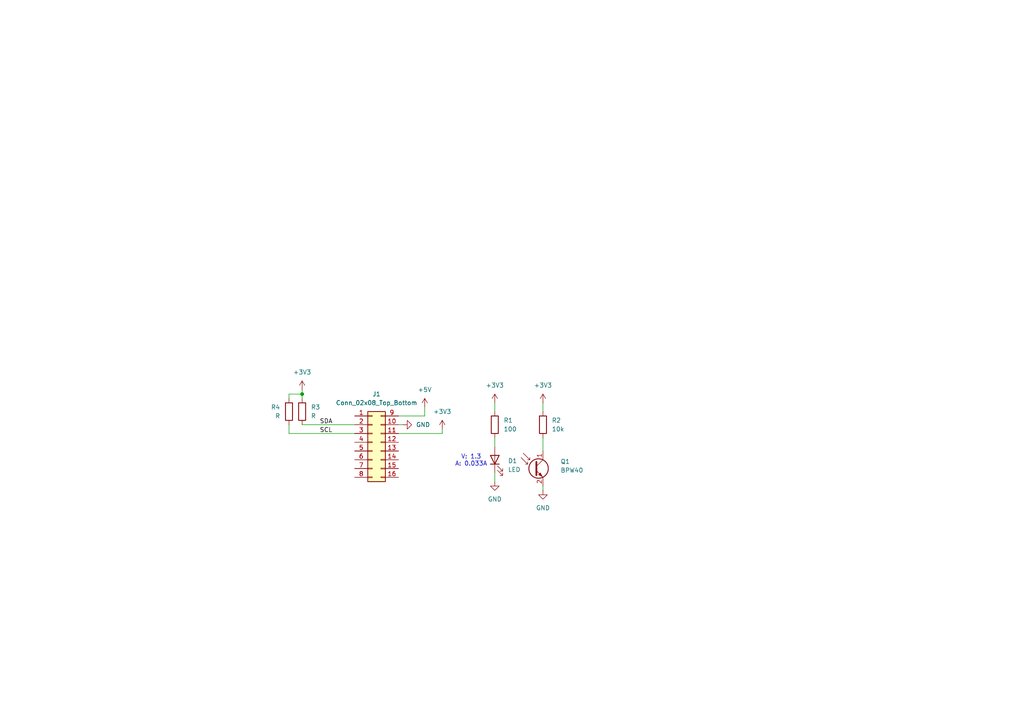
<source format=kicad_sch>
(kicad_sch (version 20231120) (generator "eeschema") (generator_version "8.0")
  (paper "A4")
  (lib_symbols
    (symbol "Connector_Generic:Conn_02x08_Top_Bottom" (pin_names (offset 1.016) hide)
      (property "Reference" "J" (at 1.27 10.16 0))
      (property "Value" "Conn_02x08_Top_Bottom" (at 1.27 -12.7 0))
      (symbol "Conn_02x08_Top_Bottom_1_1"
        (rectangle (start -1.27 -10.033) (end 0 -10.287) (stroke (width 0.1524)))
        (rectangle (start -1.27 -7.493) (end 0 -7.747) (stroke (width 0.1524)))
        (rectangle (start -1.27 -4.953) (end 0 -5.207) (stroke (width 0.1524)))
        (rectangle (start -1.27 -2.413) (end 0 -2.667) (stroke (width 0.1524)))
        (rectangle (start -1.27 0.127) (end 0 -0.127) (stroke (width 0.1524)))
        (rectangle (start -1.27 2.667) (end 0 2.413) (stroke (width 0.1524)))
        (rectangle (start -1.27 5.207) (end 0 4.953) (stroke (width 0.1524)))
        (rectangle (start -1.27 7.747) (end 0 7.493) (stroke (width 0.1524)))
        (rectangle (start -1.27 8.89) (end 3.81 -11.43) (stroke (width 0.254)) (fill (type background)))
        (rectangle (start 3.81 -10.033) (end 2.54 -10.287) (stroke (width 0.1524)))
        (rectangle (start 3.81 -7.493) (end 2.54 -7.747) (stroke (width 0.1524)))
        (rectangle (start 3.81 -4.953) (end 2.54 -5.207) (stroke (width 0.1524)))
        (rectangle (start 3.81 -2.413) (end 2.54 -2.667) (stroke (width 0.1524)))
        (rectangle (start 3.81 0.127) (end 2.54 -0.127) (stroke (width 0.1524)))
        (rectangle (start 3.81 2.667) (end 2.54 2.413) (stroke (width 0.1524)))
        (rectangle (start 3.81 5.207) (end 2.54 4.953) (stroke (width 0.1524)))
        (rectangle (start 3.81 7.747) (end 2.54 7.493) (stroke (width 0.1524)))
        (pin passive line (at -5.08 7.62 0) (length 3.81) (name "Pin_1") (number "1"))
        (pin passive line (at 7.62 5.08 180) (length 3.81) (name "Pin_10") (number "10"))
        (pin passive line (at 7.62 2.54 180) (length 3.81) (name "Pin_11") (number "11"))
        (pin passive line (at 7.62 0 180) (length 3.81) (name "Pin_12") (number "12"))
        (pin passive line (at 7.62 -2.54 180) (length 3.81) (name "Pin_13") (number "13"))
        (pin passive line (at 7.62 -5.08 180) (length 3.81) (name "Pin_14") (number "14"))
        (pin passive line (at 7.62 -7.62 180) (length 3.81) (name "Pin_15") (number "15"))
        (pin passive line (at 7.62 -10.16 180) (length 3.81) (name "Pin_16") (number "16"))
        (pin passive line (at -5.08 5.08 0) (length 3.81) (name "Pin_2") (number "2"))
        (pin passive line (at -5.08 2.54 0) (length 3.81) (name "Pin_3") (number "3"))
        (pin passive line (at -5.08 0 0) (length 3.81) (name "Pin_4") (number "4"))
        (pin passive line (at -5.08 -2.54 0) (length 3.81) (name "Pin_5") (number "5"))
        (pin passive line (at -5.08 -5.08 0) (length 3.81) (name "Pin_6") (number "6"))
        (pin passive line (at -5.08 -7.62 0) (length 3.81) (name "Pin_7") (number "7"))
        (pin passive line (at -5.08 -10.16 0) (length 3.81) (name "Pin_8") (number "8"))
        (pin passive line (at 7.62 7.62 180) (length 3.81) (name "Pin_9") (number "9"))
      )
    )
    (symbol "Device:LED" (pin_numbers hide) (pin_names (offset 1.016) hide)
      (property "Reference" "D" (at 0 2.54 0))
      (property "Value" "LED" (at 0 -2.54 0))
      (symbol "LED_0_1"
        (polyline (pts (xy -1.27 -1.27) (xy -1.27 1.27)) (stroke (width 0.254)))
        (polyline (pts (xy -1.27 0) (xy 1.27 0)))
        (polyline (pts (xy 1.27 -1.27) (xy 1.27 1.27) (xy -1.27 0) (xy 1.27 -1.27)) (stroke (width 0.254)))
        (polyline (pts (xy -3.048 -0.762) (xy -4.572 -2.286) (xy -3.81 -2.286) (xy -4.572 -2.286) (xy -4.572 -1.524)))
        (polyline (pts (xy -1.778 -0.762) (xy -3.302 -2.286) (xy -2.54 -2.286) (xy -3.302 -2.286) (xy -3.302 -1.524)))
      )
      (symbol "LED_1_1"
        (pin passive line (at -3.81 0 0) (length 2.54) (name "K") (number "1"))
        (pin passive line (at 3.81 0 180) (length 2.54) (name "A") (number "2"))
      )
    )
    (symbol "Device:R" (pin_numbers hide) (pin_names (offset 0))
      (property "Reference" "R" (at 2.032 0 90))
      (property "Value" "R" (at 0 0 90))
      (symbol "R_0_1"
        (rectangle (start -1.016 -2.54) (end 1.016 2.54) (stroke (width 0.254)))
      )
      (symbol "R_1_1"
        (pin passive line (at 0 3.81 270) (length 1.27) (name "~") (number "1"))
        (pin passive line (at 0 -3.81 90) (length 1.27) (name "~") (number "2"))
      )
    )
    (symbol "Sensor_Optical:BPW40" (pin_names (offset 0) hide)
      (property "Reference" "Q" (at 5.08 1.27 0))
      (property "Value" "BPW40" (at 5.08 -1.27 0))
      (symbol "BPW40_0_1"
        (polyline (pts (xy -1.905 1.27) (xy -2.54 1.27)))
        (polyline (pts (xy -1.27 2.54) (xy -1.905 2.54)))
        (polyline (pts (xy 0.635 0.635) (xy 2.54 2.54)))
        (polyline (pts (xy -3.81 3.175) (xy -1.905 1.27) (xy -1.905 1.905)))
        (polyline (pts (xy -3.175 4.445) (xy -1.27 2.54) (xy -1.27 3.175)))
        (polyline (pts (xy 0.635 -0.635) (xy 2.54 -2.54) (xy 2.54 -2.54)))
        (polyline (pts (xy 0.635 1.905) (xy 0.635 -1.905) (xy 0.635 -1.905)) (stroke (width 0.508)))
        (polyline (pts (xy 1.27 -1.778) (xy 1.778 -1.27) (xy 2.286 -2.286) (xy 1.27 -1.778) (xy 1.27 -1.778)) (fill (type outline)))
        (circle (center 1.27 0) (radius 2.8194) (stroke (width 0.254)))
      )
      (symbol "BPW40_1_1"
        (pin passive line (at 2.54 5.08 270) (length 2.54) (name "C") (number "1"))
        (pin passive line (at 2.54 -5.08 90) (length 2.54) (name "E") (number "2"))
      )
    )
    (symbol "power:+3V3" (power) (pin_numbers hide) (pin_names (offset 0) hide)
      (property "Value" "+3V3" (at 0 3.556 0))
      (symbol "+3V3_0_1"
        (polyline (pts (xy -0.762 1.27) (xy 0 2.54)))
        (polyline (pts (xy 0 0) (xy 0 2.54)))
        (polyline (pts (xy 0 2.54) (xy 0.762 1.27)))
      )
      (symbol "+3V3_1_1"
        (pin power_in line (at 0 0 90) (length 0) (name "~") (number "1"))
      )
    )
    (symbol "power:+5V" (power) (pin_numbers hide) (pin_names (offset 0) hide)
      (property "Value" "+5V" (at 0 3.556 0))
      (symbol "+5V_0_1"
        (polyline (pts (xy -0.762 1.27) (xy 0 2.54)))
        (polyline (pts (xy 0 0) (xy 0 2.54)))
        (polyline (pts (xy 0 2.54) (xy 0.762 1.27)))
      )
      (symbol "+5V_1_1"
        (pin power_in line (at 0 0 90) (length 0) (name "~") (number "1"))
      )
    )
    (symbol "power:GND" (power) (pin_numbers hide) (pin_names (offset 0) hide)
      (property "Value" "GND" (at 0 -3.81 0))
      (symbol "GND_0_1"
        (polyline (pts (xy 0 0) (xy 0 -1.27) (xy 1.27 -1.27) (xy 0 -2.54) (xy -1.27 -1.27) (xy 0 -1.27)))
      )
      (symbol "GND_1_1"
        (pin power_in line (at 0 0 270) (length 0) (name "~") (number "1"))
      )
    )
  )
  (junction (at 87.63 114.3))
  (wire (pts (xy 87.63 123.19) (xy 102.87 123.19)))
  (wire (pts (xy 115.57 120.65) (xy 123.19 120.65)))
  (wire (pts (xy 83.82 114.3) (xy 83.82 115.57)))
  (wire (pts (xy 128.27 125.73) (xy 115.57 125.73)))
  (wire (pts (xy 143.51 127) (xy 143.51 129.54)))
  (wire (pts (xy 83.82 125.73) (xy 102.87 125.73)))
  (wire (pts (xy 143.51 116.84) (xy 143.51 119.38)))
  (wire (pts (xy 87.63 113.03) (xy 87.63 114.3)))
  (wire (pts (xy 128.27 124.46) (xy 128.27 125.73)))
  (wire (pts (xy 157.48 127) (xy 157.48 130.81)))
  (wire (pts (xy 143.51 137.16) (xy 143.51 139.7)))
  (wire (pts (xy 83.82 114.3) (xy 87.63 114.3)))
  (wire (pts (xy 87.63 114.3) (xy 87.63 115.57)))
  (wire (pts (xy 123.19 120.65) (xy 123.19 118.11)))
  (wire (pts (xy 157.48 140.97) (xy 157.48 142.24)))
  (wire (pts (xy 83.82 123.19) (xy 83.82 125.73)))
  (wire (pts (xy 115.57 123.19) (xy 116.84 123.19)))
  (wire (pts (xy 157.48 116.84) (xy 157.48 119.38)))
  (text "V: 1.3\nA: 0.033A" (at 136.652 133.604 0) (effects (font (size 1.27 1.27))))
  (label "SDA" (at 92.71 123.19 0))
  (label "SCL" (at 92.71 125.73 0))
  (symbol (lib_id "power:+3V3") (at 128.27 124.46 0) (unit 1)
    (property "Reference" "#PWR03" (effects (hide yes)))
    (property "Value" "+3V3" (at 128.27 119.38 0))
    (property "Description" "Power symbol creates a global label with name \"+3V3\"" (effects (hide yes)))
  )
  (symbol (lib_id "power:+3V3") (at 87.63 113.03 0) (unit 1)
    (property "Reference" "#PWR08" (effects (hide yes)))
    (property "Value" "+3V3" (at 87.63 107.95 0))
    (property "Description" "Power symbol creates a global label with name \"+3V3\"" (effects (hide yes)))
  )
  (symbol (lib_id "power:GND") (at 157.48 142.24 0) (unit 1)
    (property "Reference" "#PWR06" (effects (hide yes)))
    (property "Value" "GND" (at 157.48 147.32 0))
    (property "Description" "Power symbol creates a global label with name \"GND\" , ground" (effects (hide yes)))
  )
  (symbol (lib_id "Sensor_Optical:BPW40") (at 154.94 135.89 0) (unit 1)
    (property "Reference" "Q1" (at 162.56 133.8706 0) (effects (justify left)))
    (property "Value" "BPW40" (at 162.56 136.4106 0) (effects (justify left)))
    (property "Footprint" "LED_THT:LED_D5.0mm_Clear" (effects (hide yes)))
    (property "Datasheet" "https://www.rcscomponents.kiev.ua/datasheets/bpw40.pdf" (effects (hide yes)))
    (property "Description" "Phototransistor NPN" (effects (hide yes)))
  )
  (symbol (lib_id "power:+3V3") (at 143.51 116.84 0) (unit 1)
    (property "Reference" "#PWR05" (effects (hide yes)))
    (property "Value" "+3V3" (at 143.51 111.76 0))
    (property "Description" "Power symbol creates a global label with name \"+3V3\"" (effects (hide yes)))
  )
  (symbol (lib_id "power:GND") (at 116.84 123.19 90) (unit 1)
    (property "Reference" "#PWR01" (effects (hide yes)))
    (property "Value" "GND" (at 120.65 123.1899 90) (effects (justify right)))
    (property "Description" "Power symbol creates a global label with name \"GND\" , ground" (effects (hide yes)))
  )
  (symbol (lib_id "Device:R") (at 87.63 119.38 0) (unit 1)
    (property "Reference" "R3" (at 90.17 118.1099 0) (effects (justify left)))
    (property "Value" "R" (at 90.17 120.6499 0) (effects (justify left)))
    (property "Description" "Resistor" (effects (hide yes)))
  )
  (symbol (lib_id "power:+3V3") (at 157.48 116.84 0) (unit 1)
    (property "Reference" "#PWR07" (effects (hide yes)))
    (property "Value" "+3V3" (at 157.48 111.76 0))
    (property "Description" "Power symbol creates a global label with name \"+3V3\"" (effects (hide yes)))
  )
  (symbol (lib_id "Device:R") (at 143.51 123.19 0) (unit 1)
    (property "Reference" "R1" (at 146.05 121.9199 0) (effects (justify left)))
    (property "Value" "100" (at 146.05 124.4599 0) (effects (justify left)))
    (property "Description" "Resistor" (effects (hide yes)))
  )
  (symbol (lib_id "Device:LED") (at 143.51 133.35 90) (unit 1)
    (property "Reference" "D1" (at 147.32 133.6674 90) (effects (justify right)))
    (property "Value" "LED" (at 147.32 136.2074 90) (effects (justify right)))
    (property "Description" "Light emitting diode" (effects (hide yes)))
  )
  (symbol (lib_id "Device:R") (at 83.82 119.38 0) (unit 1)
    (property "Reference" "R4" (at 81.28 118.1099 0) (effects (justify right)))
    (property "Value" "R" (at 81.28 120.6499 0) (effects (justify right)))
    (property "Description" "Resistor" (effects (hide yes)))
  )
  (symbol (lib_id "Device:R") (at 157.48 123.19 0) (unit 1)
    (property "Reference" "R2" (at 160.02 121.9199 0) (effects (justify left)))
    (property "Value" "10k" (at 160.02 124.4599 0) (effects (justify left)))
    (property "Description" "Resistor" (effects (hide yes)))
  )
  (symbol (lib_id "power:+5V") (at 123.19 118.11 0) (unit 1)
    (property "Reference" "#PWR02" (effects (hide yes)))
    (property "Value" "+5V" (at 123.19 113.03 0))
    (property "Description" "Power symbol creates a global label with name \"+5V\"" (effects (hide yes)))
  )
  (symbol (lib_id "Connector_Generic:Conn_02x08_Top_Bottom") (at 107.95 128.27 0) (unit 1)
    (property "Reference" "J1" (at 109.22 114.3 0))
    (property "Value" "Conn_02x08_Top_Bottom" (at 109.22 116.84 0))
    (property "Description" "Generic connector, double row, 02x08, top/bottom pin numbering scheme (row 1: 1...pins_per_row, row2: pins_per_row+1 ... num_pins), script generated (kicad-library-utils/schlib/autogen/connector/)" (effects (hide yes)))
  )
  (symbol (lib_id "power:GND") (at 143.51 139.7 0) (unit 1)
    (property "Reference" "#PWR04" (effects (hide yes)))
    (property "Value" "GND" (at 143.51 144.78 0))
    (property "Description" "Power symbol creates a global label with name \"GND\" , ground" (effects (hide yes)))
  )
)
</source>
